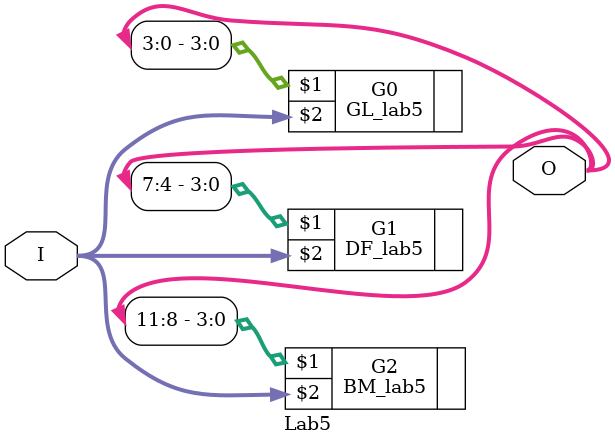
<source format=v>
module Lab5(O, I);

input [3:0] I;
output [11:0] O;

GL_lab5 G0(O[3:0], I);
DF_lab5 G1(O[7:4], I);
BM_lab5 G2(O[11:8], I);

endmodule

</source>
